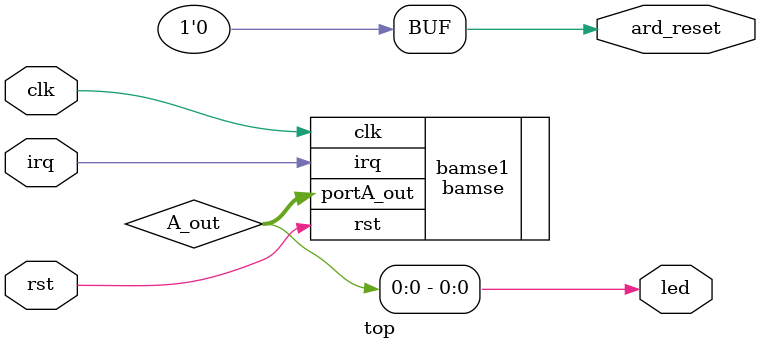
<source format=v>
`timescale 1ns / 1ps


module top(
    input irq,
    input rst,
    input clk,
    //output [7:0] portA_out,    
    output ard_reset,
    output led
);

wire [7:0] A_out;
 
assign ard_reset = 0;

assign led = A_out[0];
//assign led = 1;

bamse bamse1(.irq(irq),
          .rst(rst),
          .clk(clk), 
          .portA_out(A_out)
          );
          

    
    
endmodule

</source>
